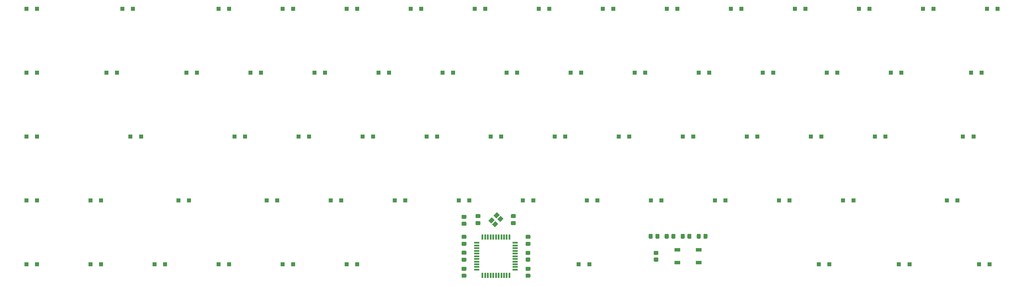
<source format=gbp>
%TF.GenerationSoftware,KiCad,Pcbnew,(5.1.10)-1*%
%TF.CreationDate,2021-09-30T15:06:51-04:00*%
%TF.ProjectId,keyboard,6b657962-6f61-4726-942e-6b696361645f,rev?*%
%TF.SameCoordinates,Original*%
%TF.FileFunction,Paste,Bot*%
%TF.FilePolarity,Positive*%
%FSLAX46Y46*%
G04 Gerber Fmt 4.6, Leading zero omitted, Abs format (unit mm)*
G04 Created by KiCad (PCBNEW (5.1.10)-1) date 2021-09-30 15:06:51*
%MOMM*%
%LPD*%
G01*
G04 APERTURE LIST*
%ADD10C,0.100000*%
%ADD11R,1.200000X1.200000*%
%ADD12R,1.700000X1.000000*%
%ADD13R,1.500000X0.550000*%
%ADD14R,0.550000X1.500000*%
G04 APERTURE END LIST*
D10*
%TO.C,X1*%
G36*
X206290421Y-140762742D02*
G01*
X205441893Y-139914214D01*
X206431843Y-138924264D01*
X207280371Y-139772792D01*
X206290421Y-140762742D01*
G37*
G36*
X207846056Y-139207107D02*
G01*
X206997528Y-138358579D01*
X207987478Y-137368629D01*
X208836006Y-138217157D01*
X207846056Y-139207107D01*
G37*
G36*
X205159050Y-139631371D02*
G01*
X204310522Y-138782843D01*
X205300472Y-137792893D01*
X206149000Y-138641421D01*
X205159050Y-139631371D01*
G37*
G36*
X206714685Y-138075736D02*
G01*
X205866157Y-137227208D01*
X206856107Y-136237258D01*
X207704635Y-137085786D01*
X206714685Y-138075736D01*
G37*
%TD*%
D11*
%TO.C,D43*%
X179573405Y-132754717D03*
X176423405Y-132754717D03*
%TD*%
%TO.C,D42*%
X166898405Y-113704717D03*
X170048405Y-113704717D03*
%TD*%
%TO.C,D40*%
X184335905Y-75604717D03*
X181185905Y-75604717D03*
%TD*%
%TO.C,D37*%
X193860905Y-94654717D03*
X190710905Y-94654717D03*
%TD*%
%TO.C,D36*%
X200235905Y-75604717D03*
X203385905Y-75604717D03*
%TD*%
%TO.C,D35*%
X214523405Y-132754717D03*
X217673405Y-132754717D03*
%TD*%
%TO.C,D48*%
X157373405Y-132754717D03*
X160523405Y-132754717D03*
%TD*%
%TO.C,D34*%
X204998405Y-113704717D03*
X208148405Y-113704717D03*
%TD*%
%TO.C,D50*%
X143085905Y-75604717D03*
X146235905Y-75604717D03*
%TD*%
%TO.C,D49*%
X143085905Y-151804717D03*
X146235905Y-151804717D03*
%TD*%
%TO.C,D45*%
X165285905Y-75604717D03*
X162135905Y-75604717D03*
%TD*%
%TO.C,D47*%
X150998405Y-113704717D03*
X147848405Y-113704717D03*
%TD*%
%TO.C,D46*%
X152610905Y-94654717D03*
X155760905Y-94654717D03*
%TD*%
%TO.C,D44*%
X162135905Y-151804717D03*
X165285905Y-151804717D03*
%TD*%
%TO.C,D41*%
X174810905Y-94654717D03*
X171660905Y-94654717D03*
%TD*%
%TO.C,D39*%
X195473405Y-132754717D03*
X198623405Y-132754717D03*
%TD*%
%TO.C,D38*%
X185948405Y-113704717D03*
X189098405Y-113704717D03*
%TD*%
%TO.C,D33*%
X212910905Y-94654717D03*
X209760905Y-94654717D03*
%TD*%
%TO.C,D2*%
X351023405Y-94654717D03*
X347873405Y-94654717D03*
%TD*%
%TO.C,D1*%
X355785905Y-75604717D03*
X352635905Y-75604717D03*
%TD*%
%TO.C,D4*%
X343879655Y-132754717D03*
X340729655Y-132754717D03*
%TD*%
%TO.C,D5*%
X350254655Y-151804717D03*
X353404655Y-151804717D03*
%TD*%
%TO.C,D3*%
X345492155Y-113704717D03*
X348642155Y-113704717D03*
%TD*%
%TO.C,D23*%
X260535905Y-75604717D03*
X257385905Y-75604717D03*
%TD*%
%TO.C,D31*%
X231192155Y-151804717D03*
X234342155Y-151804717D03*
%TD*%
%TO.C,D30*%
X236723405Y-132754717D03*
X233573405Y-132754717D03*
%TD*%
%TO.C,D29*%
X227198405Y-113704717D03*
X224048405Y-113704717D03*
%TD*%
%TO.C,D28*%
X231960905Y-94654717D03*
X228810905Y-94654717D03*
%TD*%
%TO.C,D19*%
X279585905Y-75604717D03*
X276435905Y-75604717D03*
%TD*%
%TO.C,D27*%
X241485905Y-75604717D03*
X238335905Y-75604717D03*
%TD*%
%TO.C,D26*%
X252623405Y-132754717D03*
X255773405Y-132754717D03*
%TD*%
%TO.C,D24*%
X251010905Y-94654717D03*
X247860905Y-94654717D03*
%TD*%
%TO.C,D22*%
X271673405Y-132754717D03*
X274823405Y-132754717D03*
%TD*%
%TO.C,D16*%
X285960905Y-94654717D03*
X289110905Y-94654717D03*
%TD*%
%TO.C,D15*%
X295485905Y-75604717D03*
X298635905Y-75604717D03*
%TD*%
%TO.C,D18*%
X290723405Y-132754717D03*
X293873405Y-132754717D03*
%TD*%
%TO.C,D21*%
X262148405Y-113704717D03*
X265298405Y-113704717D03*
%TD*%
%TO.C,D20*%
X270060905Y-94654717D03*
X266910905Y-94654717D03*
%TD*%
%TO.C,D17*%
X284348405Y-113704717D03*
X281198405Y-113704717D03*
%TD*%
%TO.C,D32*%
X222435905Y-75604717D03*
X219285905Y-75604717D03*
%TD*%
%TO.C,D25*%
X243098405Y-113704717D03*
X246248405Y-113704717D03*
%TD*%
%TO.C,D55*%
X127185905Y-75604717D03*
X124035905Y-75604717D03*
%TD*%
%TO.C,D53*%
X138323405Y-132754717D03*
X141473405Y-132754717D03*
%TD*%
%TO.C,D63*%
X85935905Y-151804717D03*
X89085905Y-151804717D03*
%TD*%
%TO.C,D65*%
X66885905Y-94654717D03*
X70035905Y-94654717D03*
%TD*%
%TO.C,D68*%
X70035905Y-151804717D03*
X66885905Y-151804717D03*
%TD*%
%TO.C,D61*%
X100992155Y-113704717D03*
X97842155Y-113704717D03*
%TD*%
%TO.C,D62*%
X89085905Y-132754717D03*
X85935905Y-132754717D03*
%TD*%
%TO.C,D51*%
X136710905Y-94654717D03*
X133560905Y-94654717D03*
%TD*%
%TO.C,D56*%
X117660905Y-94654717D03*
X114510905Y-94654717D03*
%TD*%
%TO.C,D57*%
X112129655Y-132754717D03*
X115279655Y-132754717D03*
%TD*%
%TO.C,D60*%
X90698405Y-94654717D03*
X93848405Y-94654717D03*
%TD*%
%TO.C,D54*%
X124035905Y-151804717D03*
X127185905Y-151804717D03*
%TD*%
%TO.C,D59*%
X98610905Y-75604717D03*
X95460905Y-75604717D03*
%TD*%
%TO.C,D64*%
X70035905Y-75604717D03*
X66885905Y-75604717D03*
%TD*%
%TO.C,D67*%
X66885905Y-132754717D03*
X70035905Y-132754717D03*
%TD*%
%TO.C,D52*%
X128798405Y-113704717D03*
X131948405Y-113704717D03*
%TD*%
%TO.C,D66*%
X70035905Y-113704717D03*
X66885905Y-113704717D03*
%TD*%
%TO.C,D58*%
X108135905Y-151804717D03*
X104985905Y-151804717D03*
%TD*%
%TO.C,D10*%
X317685905Y-75604717D03*
X314535905Y-75604717D03*
%TD*%
%TO.C,D8*%
X319298405Y-113704717D03*
X322448405Y-113704717D03*
%TD*%
%TO.C,D6*%
X336735905Y-75604717D03*
X333585905Y-75604717D03*
%TD*%
%TO.C,D14*%
X305779655Y-151804717D03*
X302629655Y-151804717D03*
%TD*%
%TO.C,D13*%
X309773405Y-132754717D03*
X312923405Y-132754717D03*
%TD*%
%TO.C,D12*%
X303398405Y-113704717D03*
X300248405Y-113704717D03*
%TD*%
%TO.C,D7*%
X324060905Y-94654717D03*
X327210905Y-94654717D03*
%TD*%
%TO.C,D9*%
X326442155Y-151804717D03*
X329592155Y-151804717D03*
%TD*%
%TO.C,D11*%
X305010905Y-94654717D03*
X308160905Y-94654717D03*
%TD*%
D12*
%TO.C,SW1*%
X260573659Y-151323563D03*
X266873659Y-151323563D03*
X260573659Y-147523563D03*
X266873659Y-147523563D03*
%TD*%
D13*
%TO.C,U1*%
X200873555Y-153423489D03*
X200873555Y-152623489D03*
X200873555Y-151823489D03*
X200873555Y-151023489D03*
X200873555Y-150223489D03*
X200873555Y-149423489D03*
X200873555Y-148623489D03*
X200873555Y-147823489D03*
X200873555Y-147023489D03*
X200873555Y-146223489D03*
X200873555Y-145423489D03*
D14*
X202573555Y-143723489D03*
X203373555Y-143723489D03*
X204173555Y-143723489D03*
X204973555Y-143723489D03*
X205773555Y-143723489D03*
X206573555Y-143723489D03*
X207373555Y-143723489D03*
X208173555Y-143723489D03*
X208973555Y-143723489D03*
X209773555Y-143723489D03*
X210573555Y-143723489D03*
D13*
X212273555Y-145423489D03*
X212273555Y-146223489D03*
X212273555Y-147023489D03*
X212273555Y-147823489D03*
X212273555Y-148623489D03*
X212273555Y-149423489D03*
X212273555Y-150223489D03*
X212273555Y-151023489D03*
X212273555Y-151823489D03*
X212273555Y-152623489D03*
X212273555Y-153423489D03*
D14*
X210573555Y-155123489D03*
X209773555Y-155123489D03*
X208973555Y-155123489D03*
X208173555Y-155123489D03*
X207373555Y-155123489D03*
X206573555Y-155123489D03*
X205773555Y-155123489D03*
X204973555Y-155123489D03*
X204173555Y-155123489D03*
X203373555Y-155123489D03*
X202573555Y-155123489D03*
%TD*%
%TO.C,R1*%
G36*
G01*
X254648652Y-151023563D02*
X253748650Y-151023563D01*
G75*
G02*
X253498651Y-150773564I0J249999D01*
G01*
X253498651Y-150073562D01*
G75*
G02*
X253748650Y-149823563I249999J0D01*
G01*
X254648652Y-149823563D01*
G75*
G02*
X254898651Y-150073562I0J-249999D01*
G01*
X254898651Y-150773564D01*
G75*
G02*
X254648652Y-151023563I-249999J0D01*
G01*
G37*
G36*
G01*
X254648652Y-149023563D02*
X253748650Y-149023563D01*
G75*
G02*
X253498651Y-148773564I0J249999D01*
G01*
X253498651Y-148073562D01*
G75*
G02*
X253748650Y-147823563I249999J0D01*
G01*
X254648652Y-147823563D01*
G75*
G02*
X254898651Y-148073562I0J-249999D01*
G01*
X254898651Y-148773564D01*
G75*
G02*
X254648652Y-149023563I-249999J0D01*
G01*
G37*
%TD*%
%TO.C,R5*%
G36*
G01*
X263528346Y-143920434D02*
X263528346Y-143020432D01*
G75*
G02*
X263778345Y-142770433I249999J0D01*
G01*
X264478347Y-142770433D01*
G75*
G02*
X264728346Y-143020432I0J-249999D01*
G01*
X264728346Y-143920434D01*
G75*
G02*
X264478347Y-144170433I-249999J0D01*
G01*
X263778345Y-144170433D01*
G75*
G02*
X263528346Y-143920434I0J249999D01*
G01*
G37*
G36*
G01*
X261528346Y-143920434D02*
X261528346Y-143020432D01*
G75*
G02*
X261778345Y-142770433I249999J0D01*
G01*
X262478347Y-142770433D01*
G75*
G02*
X262728346Y-143020432I0J-249999D01*
G01*
X262728346Y-143920434D01*
G75*
G02*
X262478347Y-144170433I-249999J0D01*
G01*
X261778345Y-144170433D01*
G75*
G02*
X261528346Y-143920434I0J249999D01*
G01*
G37*
%TD*%
%TO.C,R2*%
G36*
G01*
X215648618Y-147823563D02*
X216548620Y-147823563D01*
G75*
G02*
X216798619Y-148073562I0J-249999D01*
G01*
X216798619Y-148773564D01*
G75*
G02*
X216548620Y-149023563I-249999J0D01*
G01*
X215648618Y-149023563D01*
G75*
G02*
X215398619Y-148773564I0J249999D01*
G01*
X215398619Y-148073562D01*
G75*
G02*
X215648618Y-147823563I249999J0D01*
G01*
G37*
G36*
G01*
X215648618Y-149823563D02*
X216548620Y-149823563D01*
G75*
G02*
X216798619Y-150073562I0J-249999D01*
G01*
X216798619Y-150773564D01*
G75*
G02*
X216548620Y-151023563I-249999J0D01*
G01*
X215648618Y-151023563D01*
G75*
G02*
X215398619Y-150773564I0J249999D01*
G01*
X215398619Y-150073562D01*
G75*
G02*
X215648618Y-149823563I249999J0D01*
G01*
G37*
%TD*%
%TO.C,R6*%
G36*
G01*
X268290850Y-143920434D02*
X268290850Y-143020432D01*
G75*
G02*
X268540849Y-142770433I249999J0D01*
G01*
X269240851Y-142770433D01*
G75*
G02*
X269490850Y-143020432I0J-249999D01*
G01*
X269490850Y-143920434D01*
G75*
G02*
X269240851Y-144170433I-249999J0D01*
G01*
X268540849Y-144170433D01*
G75*
G02*
X268290850Y-143920434I0J249999D01*
G01*
G37*
G36*
G01*
X266290850Y-143920434D02*
X266290850Y-143020432D01*
G75*
G02*
X266540849Y-142770433I249999J0D01*
G01*
X267240851Y-142770433D01*
G75*
G02*
X267490850Y-143020432I0J-249999D01*
G01*
X267490850Y-143920434D01*
G75*
G02*
X267240851Y-144170433I-249999J0D01*
G01*
X266540849Y-144170433D01*
G75*
G02*
X266290850Y-143920434I0J249999D01*
G01*
G37*
%TD*%
%TO.C,R4*%
G36*
G01*
X256765842Y-143920434D02*
X256765842Y-143020432D01*
G75*
G02*
X257015841Y-142770433I249999J0D01*
G01*
X257715843Y-142770433D01*
G75*
G02*
X257965842Y-143020432I0J-249999D01*
G01*
X257965842Y-143920434D01*
G75*
G02*
X257715843Y-144170433I-249999J0D01*
G01*
X257015841Y-144170433D01*
G75*
G02*
X256765842Y-143920434I0J249999D01*
G01*
G37*
G36*
G01*
X258765842Y-143920434D02*
X258765842Y-143020432D01*
G75*
G02*
X259015841Y-142770433I249999J0D01*
G01*
X259715843Y-142770433D01*
G75*
G02*
X259965842Y-143020432I0J-249999D01*
G01*
X259965842Y-143920434D01*
G75*
G02*
X259715843Y-144170433I-249999J0D01*
G01*
X259015841Y-144170433D01*
G75*
G02*
X258765842Y-143920434I0J249999D01*
G01*
G37*
%TD*%
%TO.C,R3*%
G36*
G01*
X254003338Y-143920434D02*
X254003338Y-143020432D01*
G75*
G02*
X254253337Y-142770433I249999J0D01*
G01*
X254953339Y-142770433D01*
G75*
G02*
X255203338Y-143020432I0J-249999D01*
G01*
X255203338Y-143920434D01*
G75*
G02*
X254953339Y-144170433I-249999J0D01*
G01*
X254253337Y-144170433D01*
G75*
G02*
X254003338Y-143920434I0J249999D01*
G01*
G37*
G36*
G01*
X252003338Y-143920434D02*
X252003338Y-143020432D01*
G75*
G02*
X252253337Y-142770433I249999J0D01*
G01*
X252953339Y-142770433D01*
G75*
G02*
X253203338Y-143020432I0J-249999D01*
G01*
X253203338Y-143920434D01*
G75*
G02*
X252953339Y-144170433I-249999J0D01*
G01*
X252253337Y-144170433D01*
G75*
G02*
X252003338Y-143920434I0J249999D01*
G01*
G37*
%TD*%
%TO.C,C4*%
G36*
G01*
X215623555Y-143035989D02*
X216573555Y-143035989D01*
G75*
G02*
X216823555Y-143285989I0J-250000D01*
G01*
X216823555Y-143960989D01*
G75*
G02*
X216573555Y-144210989I-250000J0D01*
G01*
X215623555Y-144210989D01*
G75*
G02*
X215373555Y-143960989I0J250000D01*
G01*
X215373555Y-143285989D01*
G75*
G02*
X215623555Y-143035989I250000J0D01*
G01*
G37*
G36*
G01*
X215623555Y-145110989D02*
X216573555Y-145110989D01*
G75*
G02*
X216823555Y-145360989I0J-250000D01*
G01*
X216823555Y-146035989D01*
G75*
G02*
X216573555Y-146285989I-250000J0D01*
G01*
X215623555Y-146285989D01*
G75*
G02*
X215373555Y-146035989I0J250000D01*
G01*
X215373555Y-145360989D01*
G75*
G02*
X215623555Y-145110989I250000J0D01*
G01*
G37*
%TD*%
%TO.C,C1*%
G36*
G01*
X200740794Y-138950000D02*
X201690794Y-138950000D01*
G75*
G02*
X201940794Y-139200000I0J-250000D01*
G01*
X201940794Y-139875000D01*
G75*
G02*
X201690794Y-140125000I-250000J0D01*
G01*
X200740794Y-140125000D01*
G75*
G02*
X200490794Y-139875000I0J250000D01*
G01*
X200490794Y-139200000D01*
G75*
G02*
X200740794Y-138950000I250000J0D01*
G01*
G37*
G36*
G01*
X200740794Y-136875000D02*
X201690794Y-136875000D01*
G75*
G02*
X201940794Y-137125000I0J-250000D01*
G01*
X201940794Y-137800000D01*
G75*
G02*
X201690794Y-138050000I-250000J0D01*
G01*
X200740794Y-138050000D01*
G75*
G02*
X200490794Y-137800000I0J250000D01*
G01*
X200490794Y-137125000D01*
G75*
G02*
X200740794Y-136875000I250000J0D01*
G01*
G37*
%TD*%
%TO.C,C5*%
G36*
G01*
X197523555Y-144210989D02*
X196573555Y-144210989D01*
G75*
G02*
X196323555Y-143960989I0J250000D01*
G01*
X196323555Y-143285989D01*
G75*
G02*
X196573555Y-143035989I250000J0D01*
G01*
X197523555Y-143035989D01*
G75*
G02*
X197773555Y-143285989I0J-250000D01*
G01*
X197773555Y-143960989D01*
G75*
G02*
X197523555Y-144210989I-250000J0D01*
G01*
G37*
G36*
G01*
X197523555Y-146285989D02*
X196573555Y-146285989D01*
G75*
G02*
X196323555Y-146035989I0J250000D01*
G01*
X196323555Y-145360989D01*
G75*
G02*
X196573555Y-145110989I250000J0D01*
G01*
X197523555Y-145110989D01*
G75*
G02*
X197773555Y-145360989I0J-250000D01*
G01*
X197773555Y-146035989D01*
G75*
G02*
X197523555Y-146285989I-250000J0D01*
G01*
G37*
%TD*%
%TO.C,C2*%
G36*
G01*
X211275000Y-136875000D02*
X212225000Y-136875000D01*
G75*
G02*
X212475000Y-137125000I0J-250000D01*
G01*
X212475000Y-137800000D01*
G75*
G02*
X212225000Y-138050000I-250000J0D01*
G01*
X211275000Y-138050000D01*
G75*
G02*
X211025000Y-137800000I0J250000D01*
G01*
X211025000Y-137125000D01*
G75*
G02*
X211275000Y-136875000I250000J0D01*
G01*
G37*
G36*
G01*
X211275000Y-138950000D02*
X212225000Y-138950000D01*
G75*
G02*
X212475000Y-139200000I0J-250000D01*
G01*
X212475000Y-139875000D01*
G75*
G02*
X212225000Y-140125000I-250000J0D01*
G01*
X211275000Y-140125000D01*
G75*
G02*
X211025000Y-139875000I0J250000D01*
G01*
X211025000Y-139200000D01*
G75*
G02*
X211275000Y-138950000I250000J0D01*
G01*
G37*
%TD*%
%TO.C,C3*%
G36*
G01*
X215623555Y-154635989D02*
X216573555Y-154635989D01*
G75*
G02*
X216823555Y-154885989I0J-250000D01*
G01*
X216823555Y-155560989D01*
G75*
G02*
X216573555Y-155810989I-250000J0D01*
G01*
X215623555Y-155810989D01*
G75*
G02*
X215373555Y-155560989I0J250000D01*
G01*
X215373555Y-154885989D01*
G75*
G02*
X215623555Y-154635989I250000J0D01*
G01*
G37*
G36*
G01*
X215623555Y-152560989D02*
X216573555Y-152560989D01*
G75*
G02*
X216823555Y-152810989I0J-250000D01*
G01*
X216823555Y-153485989D01*
G75*
G02*
X216573555Y-153735989I-250000J0D01*
G01*
X215623555Y-153735989D01*
G75*
G02*
X215373555Y-153485989I0J250000D01*
G01*
X215373555Y-152810989D01*
G75*
G02*
X215623555Y-152560989I250000J0D01*
G01*
G37*
%TD*%
%TO.C,C6*%
G36*
G01*
X197523603Y-140332929D02*
X196573603Y-140332929D01*
G75*
G02*
X196323603Y-140082929I0J250000D01*
G01*
X196323603Y-139407929D01*
G75*
G02*
X196573603Y-139157929I250000J0D01*
G01*
X197523603Y-139157929D01*
G75*
G02*
X197773603Y-139407929I0J-250000D01*
G01*
X197773603Y-140082929D01*
G75*
G02*
X197523603Y-140332929I-250000J0D01*
G01*
G37*
G36*
G01*
X197523603Y-138257929D02*
X196573603Y-138257929D01*
G75*
G02*
X196323603Y-138007929I0J250000D01*
G01*
X196323603Y-137332929D01*
G75*
G02*
X196573603Y-137082929I250000J0D01*
G01*
X197523603Y-137082929D01*
G75*
G02*
X197773603Y-137332929I0J-250000D01*
G01*
X197773603Y-138007929D01*
G75*
G02*
X197523603Y-138257929I-250000J0D01*
G01*
G37*
%TD*%
%TO.C,C8*%
G36*
G01*
X197523555Y-151048489D02*
X196573555Y-151048489D01*
G75*
G02*
X196323555Y-150798489I0J250000D01*
G01*
X196323555Y-150123489D01*
G75*
G02*
X196573555Y-149873489I250000J0D01*
G01*
X197523555Y-149873489D01*
G75*
G02*
X197773555Y-150123489I0J-250000D01*
G01*
X197773555Y-150798489D01*
G75*
G02*
X197523555Y-151048489I-250000J0D01*
G01*
G37*
G36*
G01*
X197523555Y-148973489D02*
X196573555Y-148973489D01*
G75*
G02*
X196323555Y-148723489I0J250000D01*
G01*
X196323555Y-148048489D01*
G75*
G02*
X196573555Y-147798489I250000J0D01*
G01*
X197523555Y-147798489D01*
G75*
G02*
X197773555Y-148048489I0J-250000D01*
G01*
X197773555Y-148723489D01*
G75*
G02*
X197523555Y-148973489I-250000J0D01*
G01*
G37*
%TD*%
%TO.C,C7*%
G36*
G01*
X197523555Y-153735989D02*
X196573555Y-153735989D01*
G75*
G02*
X196323555Y-153485989I0J250000D01*
G01*
X196323555Y-152810989D01*
G75*
G02*
X196573555Y-152560989I250000J0D01*
G01*
X197523555Y-152560989D01*
G75*
G02*
X197773555Y-152810989I0J-250000D01*
G01*
X197773555Y-153485989D01*
G75*
G02*
X197523555Y-153735989I-250000J0D01*
G01*
G37*
G36*
G01*
X197523555Y-155810989D02*
X196573555Y-155810989D01*
G75*
G02*
X196323555Y-155560989I0J250000D01*
G01*
X196323555Y-154885989D01*
G75*
G02*
X196573555Y-154635989I250000J0D01*
G01*
X197523555Y-154635989D01*
G75*
G02*
X197773555Y-154885989I0J-250000D01*
G01*
X197773555Y-155560989D01*
G75*
G02*
X197523555Y-155810989I-250000J0D01*
G01*
G37*
%TD*%
M02*

</source>
